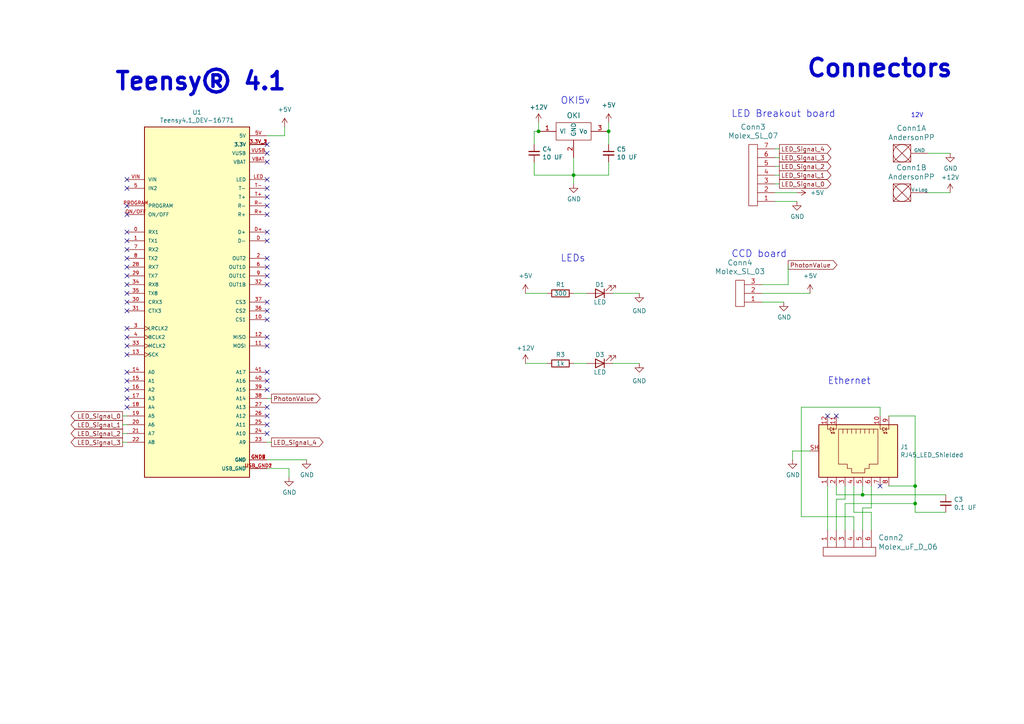
<source format=kicad_sch>
(kicad_sch (version 20230121) (generator eeschema)
  (paper "A4")
  (lib_symbols
    (symbol "Connector:RJ45_LED_Shielded" (pin_names (offset 1.016))
      (property "Reference" "J" (at -5.08 13.97 0))
      (property "Value" "RJ45_LED_Shielded" (at 1.27 13.97 0))
      (symbol "RJ45_LED_Shielded_0_1"
        (polyline (pts (xy -7.62 -7.62) (xy -6.35 -7.62)))
        (polyline (pts (xy -7.62 -5.08) (xy -6.35 -5.08)))
        (polyline (pts (xy -7.62 7.62) (xy -6.35 7.62)))
        (polyline (pts (xy -7.62 10.16) (xy -6.35 10.16)))
        (polyline (pts (xy -6.858 -5.842) (xy -5.842 -5.842)))
        (polyline (pts (xy -6.858 9.398) (xy -5.842 9.398)))
        (polyline (pts (xy -6.35 -7.62) (xy -6.35 -6.858)))
        (polyline (pts (xy -6.35 -5.08) (xy -6.35 -5.842)))
        (polyline (pts (xy -6.35 7.62) (xy -6.35 8.382)))
        (polyline (pts (xy -6.35 10.16) (xy -6.35 9.398)))
        (polyline (pts (xy -5.08 -6.223) (xy -5.207 -6.604)))
        (polyline (pts (xy -5.08 -5.588) (xy -5.207 -5.969)))
        (polyline (pts (xy -5.08 4.445) (xy -6.35 4.445)))
        (polyline (pts (xy -5.08 5.715) (xy -6.35 5.715)))
        (polyline (pts (xy -5.08 9.017) (xy -5.207 8.636)))
        (polyline (pts (xy -5.08 9.652) (xy -5.207 9.271)))
        (polyline (pts (xy -6.35 -3.175) (xy -5.08 -3.175) (xy -5.08 -3.175)))
        (polyline (pts (xy -6.35 -1.905) (xy -5.08 -1.905) (xy -5.08 -1.905)))
        (polyline (pts (xy -6.35 -0.635) (xy -5.08 -0.635) (xy -5.08 -0.635)))
        (polyline (pts (xy -6.35 0.635) (xy -5.08 0.635) (xy -5.08 0.635)))
        (polyline (pts (xy -6.35 1.905) (xy -5.08 1.905) (xy -5.08 1.905)))
        (polyline (pts (xy -5.588 -6.731) (xy -5.08 -6.223) (xy -5.461 -6.35)))
        (polyline (pts (xy -5.588 -6.096) (xy -5.08 -5.588) (xy -5.461 -5.715)))
        (polyline (pts (xy -5.588 8.509) (xy -5.08 9.017) (xy -5.461 8.89)))
        (polyline (pts (xy -5.588 9.144) (xy -5.08 9.652) (xy -5.461 9.525)))
        (polyline (pts (xy -5.08 3.175) (xy -6.35 3.175) (xy -6.35 3.175)))
        (polyline (pts (xy -6.35 -5.842) (xy -6.858 -6.858) (xy -5.842 -6.858) (xy -6.35 -5.842)))
        (polyline (pts (xy -6.35 9.398) (xy -6.858 8.382) (xy -5.842 8.382) (xy -6.35 9.398)))
        (polyline (pts (xy -6.35 -4.445) (xy -6.35 6.985) (xy 3.81 6.985) (xy 3.81 4.445) (xy 5.08 4.445) (xy 5.08 3.175) (xy 6.35 3.175) (xy 6.35 -0.635) (xy 5.08 -0.635) (xy 5.08 -1.905) (xy 3.81 -1.905) (xy 3.81 -4.445) (xy -6.35 -4.445) (xy -6.35 -4.445)))
        (rectangle (start 7.62 12.7) (end -7.62 -10.16) (stroke (width 0.254)) (fill (type background)))
      )
      (symbol "RJ45_LED_Shielded_1_1"
        (pin passive line (at 10.16 -7.62 180) (length 2.54) (name "~") (number "1"))
        (pin passive line (at -10.16 7.62 0) (length 2.54) (name "~") (number "10"))
        (pin passive line (at -10.16 -5.08 0) (length 2.54) (name "~") (number "11"))
        (pin passive line (at -10.16 -7.62 0) (length 2.54) (name "~") (number "12"))
        (pin passive line (at 10.16 -5.08 180) (length 2.54) (name "~") (number "2"))
        (pin passive line (at 10.16 -2.54 180) (length 2.54) (name "~") (number "3"))
        (pin passive line (at 10.16 0 180) (length 2.54) (name "~") (number "4"))
        (pin passive line (at 10.16 2.54 180) (length 2.54) (name "~") (number "5"))
        (pin passive line (at 10.16 5.08 180) (length 2.54) (name "~") (number "6"))
        (pin passive line (at 10.16 7.62 180) (length 2.54) (name "~") (number "7"))
        (pin passive line (at 10.16 10.16 180) (length 2.54) (name "~") (number "8"))
        (pin passive line (at -10.16 10.16 0) (length 2.54) (name "~") (number "9"))
        (pin passive line (at 0 -12.7 90) (length 2.54) (name "~") (number "SH"))
      )
    )
    (symbol "Device:C_Small" (pin_numbers hide) (pin_names (offset 0.254) hide)
      (property "Reference" "C" (at 0.254 1.778 0))
      (property "Value" "C_Small" (at 0.254 -2.032 0))
      (symbol "C_Small_0_1"
        (polyline (pts (xy -1.524 -0.508) (xy 1.524 -0.508)) (stroke (width 0.3302)))
        (polyline (pts (xy -1.524 0.508) (xy 1.524 0.508)) (stroke (width 0.3048)))
      )
      (symbol "C_Small_1_1"
        (pin passive line (at 0 2.54 270) (length 2.032) (name "~") (number "1"))
        (pin passive line (at 0 -2.54 90) (length 2.032) (name "~") (number "2"))
      )
    )
    (symbol "Device:LED" (pin_numbers hide) (pin_names (offset 1.016) hide)
      (property "Reference" "D" (at 0 2.54 0))
      (property "Value" "LED" (at 0 -2.54 0))
      (symbol "LED_0_1"
        (polyline (pts (xy -1.27 -1.27) (xy -1.27 1.27)) (stroke (width 0.254)))
        (polyline (pts (xy -1.27 0) (xy 1.27 0)))
        (polyline (pts (xy 1.27 -1.27) (xy 1.27 1.27) (xy -1.27 0) (xy 1.27 -1.27)) (stroke (width 0.254)))
        (polyline (pts (xy -3.048 -0.762) (xy -4.572 -2.286) (xy -3.81 -2.286) (xy -4.572 -2.286) (xy -4.572 -1.524)))
        (polyline (pts (xy -1.778 -0.762) (xy -3.302 -2.286) (xy -2.54 -2.286) (xy -3.302 -2.286) (xy -3.302 -1.524)))
      )
      (symbol "LED_1_1"
        (pin passive line (at -3.81 0 0) (length 2.54) (name "K") (number "1"))
        (pin passive line (at 3.81 0 180) (length 2.54) (name "A") (number "2"))
      )
    )
    (symbol "Device:R" (pin_numbers hide) (pin_names (offset 0))
      (property "Reference" "R" (at 2.032 0 90))
      (property "Value" "R" (at 0 0 90))
      (symbol "R_0_1"
        (rectangle (start -1.016 -2.54) (end 1.016 2.54) (stroke (width 0.254)))
      )
      (symbol "R_1_1"
        (pin passive line (at 0 3.81 270) (length 1.27) (name "~") (number "1"))
        (pin passive line (at 0 -3.81 90) (length 1.27) (name "~") (number "2"))
      )
    )
    (symbol "MRDT_Connectors:AndersonPP" (pin_numbers hide) (pin_names (offset 0))
      (property "Reference" "Conn" (at 3.81 -1.27 0))
      (property "Value" "AndersonPP" (at 2.54 6.35 0))
      (symbol "AndersonPP_0_1"
        (polyline (pts (xy 0 5.08) (xy 5.08 0)))
        (polyline (pts (xy 5.08 5.08) (xy 0 0)))
        (rectangle (start 0 0) (end 5.08 5.08))
        (circle (center 2.54 2.54) (radius 2.54))
      )
      (symbol "AndersonPP_1_1"
        (pin input line (at 10.16 2.54 180) (length 5.08) (name "GND") (number "1"))
      )
      (symbol "AndersonPP_2_1"
        (pin input line (at 10.16 2.54 180) (length 5.08) (name "V+Log") (number "2"))
      )
      (symbol "AndersonPP_3_1"
        (pin input line (at 10.16 2.54 180) (length 5.08) (name "V+Act") (number "3"))
      )
      (symbol "AndersonPP_4_1"
        (pin input line (at 10.16 2.54 180) (length 5.08) (name "PV+") (number "4"))
      )
      (symbol "AndersonPP_5_1"
        (pin input line (at 10.16 2.54 180) (length 5.08) (name "~") (number "1"))
      )
    )
    (symbol "MRDT_Connectors:Molex_SL_03" (pin_names (offset 1.016))
      (property "Reference" "Conn" (at 3.81 -1.27 0))
      (property "Value" "Molex_SL_03" (at 1.27 8.89 0))
      (symbol "Molex_SL_03_0_1"
        (rectangle (start 0 7.62) (end 2.54 0))
      )
      (symbol "Molex_SL_03_1_1"
        (pin input line (at -5.08 6.35 0) (length 5.08) (name "~") (number "1"))
        (pin input line (at -5.08 3.81 0) (length 5.08) (name "~") (number "2"))
        (pin input line (at -5.08 1.27 0) (length 5.08) (name "~") (number "3"))
      )
    )
    (symbol "MRDT_Connectors:Molex_SL_07" (pin_names (offset 1.016))
      (property "Reference" "Conn" (at 3.81 -1.27 0))
      (property "Value" "Molex_SL_07" (at 1.27 19.05 0))
      (symbol "Molex_SL_07_0_1"
        (rectangle (start 0 17.78) (end 2.54 0))
      )
      (symbol "Molex_SL_07_1_1"
        (pin input line (at -5.08 16.51 0) (length 5.08) (name "~") (number "1"))
        (pin input line (at -5.08 13.97 0) (length 5.08) (name "~") (number "2"))
        (pin input line (at -5.08 11.43 0) (length 5.08) (name "~") (number "3"))
        (pin input line (at -5.08 8.89 0) (length 5.08) (name "~") (number "4"))
        (pin input line (at -5.08 6.35 0) (length 5.08) (name "~") (number "5"))
        (pin input line (at -5.08 3.81 0) (length 5.08) (name "~") (number "6"))
        (pin input line (at -5.08 1.27 0) (length 5.08) (name "~") (number "7"))
      )
    )
    (symbol "MRDT_Connectors:Molex_uF_D_06" (pin_names (offset 1.016))
      (property "Reference" "Conn" (at 1.27 2.54 0))
      (property "Value" "Molex_uF_D_06" (at 1.27 21.59 0))
      (symbol "Molex_uF_D_06_0_1"
        (rectangle (start 0 20.32) (end 2.54 5.08))
      )
      (symbol "Molex_uF_D_06_1_1"
        (pin input line (at -5.08 19.05 0) (length 5.08) (name "~") (number "1"))
        (pin input line (at -5.08 16.51 0) (length 5.08) (name "~") (number "2"))
        (pin input line (at -5.08 13.97 0) (length 5.08) (name "~") (number "3"))
        (pin input line (at -5.08 11.43 0) (length 5.08) (name "~") (number "4"))
        (pin input line (at -5.08 8.89 0) (length 5.08) (name "~") (number "5"))
        (pin input line (at -5.08 6.35 0) (length 5.08) (name "~") (number "6"))
      )
    )
    (symbol "MRDT_Devices:OKI" (pin_names (offset 1.016))
      (property "Value" "OKI" (at 5.08 6.35 0))
      (symbol "OKI_0_1"
        (rectangle (start 0 0) (end 10.16 5.08))
      )
      (symbol "OKI_1_1"
        (pin input line (at -5.08 2.54 0) (length 5.08) (name "Vi") (number "1"))
        (pin output line (at 5.08 -5.08 90) (length 5.08) (name "GND") (number "2"))
        (pin output line (at 15.24 2.54 180) (length 5.08) (name "Vo") (number "3"))
      )
    )
    (symbol "MRDT_Shields:Teensy4.1_DEV-16771" (pin_names (offset 1.016))
      (property "Reference" "U" (at -15.24 52.07 0))
      (property "Value" "Teensy4.1_DEV-16771" (at -15.24 -53.34 0))
      (symbol "Teensy4.1_DEV-16771_0_0"
        (rectangle (start -15.24 -50.8) (end 15.24 50.8) (stroke (width 0.254)) (fill (type background)))
        (pin bidirectional line (at -20.32 20.32 0) (length 5.08) (name "RX1") (number "0"))
        (pin bidirectional line (at -20.32 17.78 0) (length 5.08) (name "TX1") (number "1"))
        (pin bidirectional line (at 20.32 -5.08 180) (length 5.08) (name "CS1") (number "10"))
        (pin bidirectional line (at 20.32 -12.7 180) (length 5.08) (name "MOSI") (number "11"))
        (pin bidirectional line (at 20.32 -10.16 180) (length 5.08) (name "MISO") (number "12"))
        (pin bidirectional clock (at -20.32 -15.24 0) (length 5.08) (name "SCK") (number "13"))
        (pin bidirectional line (at -20.32 -20.32 0) (length 5.08) (name "A0") (number "14"))
        (pin bidirectional line (at -20.32 -22.86 0) (length 5.08) (name "A1") (number "15"))
        (pin bidirectional line (at -20.32 -25.4 0) (length 5.08) (name "A2") (number "16"))
        (pin bidirectional line (at -20.32 -27.94 0) (length 5.08) (name "A3") (number "17"))
        (pin bidirectional line (at -20.32 -30.48 0) (length 5.08) (name "A4") (number "18"))
        (pin bidirectional line (at -20.32 -33.02 0) (length 5.08) (name "A5") (number "19"))
        (pin output line (at 20.32 12.7 180) (length 5.08) (name "OUT2") (number "2"))
        (pin bidirectional line (at -20.32 -35.56 0) (length 5.08) (name "A6") (number "20"))
        (pin bidirectional line (at -20.32 -38.1 0) (length 5.08) (name "A7") (number "21"))
        (pin bidirectional line (at -20.32 -40.64 0) (length 5.08) (name "A8") (number "22"))
        (pin bidirectional line (at 20.32 -40.64 180) (length 5.08) (name "A9") (number "23"))
        (pin bidirectional line (at 20.32 -38.1 180) (length 5.08) (name "A10") (number "24"))
        (pin bidirectional line (at 20.32 -35.56 180) (length 5.08) (name "A11") (number "25"))
        (pin bidirectional line (at 20.32 -33.02 180) (length 5.08) (name "A12") (number "26"))
        (pin bidirectional line (at 20.32 -30.48 180) (length 5.08) (name "A13") (number "27"))
        (pin bidirectional line (at -20.32 10.16 0) (length 5.08) (name "RX7") (number "28"))
        (pin bidirectional line (at -20.32 7.62 0) (length 5.08) (name "TX7") (number "29"))
        (pin bidirectional clock (at -20.32 -7.62 0) (length 5.08) (name "LRCLK2") (number "3"))
        (pin power_in line (at 20.32 45.72 180) (length 5.08) (name "3.3V") (number "3.3V_1"))
        (pin power_in line (at 20.32 45.72 180) (length 5.08) (name "3.3V") (number "3.3V_2"))
        (pin power_in line (at 20.32 45.72 180) (length 5.08) (name "3.3V") (number "3.3V_3"))
        (pin bidirectional line (at -20.32 0 0) (length 5.08) (name "CRX3") (number "30"))
        (pin bidirectional line (at -20.32 -2.54 0) (length 5.08) (name "CTX3") (number "31"))
        (pin output line (at 20.32 5.08 180) (length 5.08) (name "OUT1B") (number "32"))
        (pin bidirectional clock (at -20.32 -12.7 0) (length 5.08) (name "MCLK2") (number "33"))
        (pin bidirectional line (at -20.32 5.08 0) (length 5.08) (name "RX8") (number "34"))
        (pin bidirectional line (at -20.32 2.54 0) (length 5.08) (name "TX8") (number "35"))
        (pin bidirectional line (at 20.32 -2.54 180) (length 5.08) (name "CS2") (number "36"))
        (pin bidirectional line (at 20.32 0 180) (length 5.08) (name "CS3") (number "37"))
        (pin bidirectional line (at 20.32 -27.94 180) (length 5.08) (name "A14") (number "38"))
        (pin bidirectional line (at 20.32 -25.4 180) (length 5.08) (name "A15") (number "39"))
        (pin bidirectional clock (at -20.32 -10.16 0) (length 5.08) (name "BCLK2") (number "4"))
        (pin bidirectional line (at 20.32 -22.86 180) (length 5.08) (name "A16") (number "40"))
        (pin bidirectional line (at 20.32 -20.32 180) (length 5.08) (name "A17") (number "41"))
        (pin bidirectional line (at -20.32 33.02 0) (length 5.08) (name "IN2") (number "5"))
        (pin power_in line (at 20.32 48.26 180) (length 5.08) (name "5V") (number "5V"))
        (pin output line (at 20.32 10.16 180) (length 5.08) (name "OUT1D") (number "6"))
        (pin bidirectional line (at -20.32 15.24 0) (length 5.08) (name "RX2") (number "7"))
        (pin bidirectional line (at -20.32 12.7 0) (length 5.08) (name "TX2") (number "8"))
        (pin output line (at 20.32 7.62 180) (length 5.08) (name "OUT1C") (number "9"))
        (pin bidirectional line (at 20.32 17.78 180) (length 5.08) (name "D-") (number "D"))
        (pin bidirectional line (at 20.32 20.32 180) (length 5.08) (name "D+") (number "D+"))
        (pin power_in line (at 20.32 -45.72 180) (length 5.08) (name "GND") (number "GND1"))
        (pin power_in line (at 20.32 -45.72 180) (length 5.08) (name "GND") (number "GND2"))
        (pin power_in line (at 20.32 -45.72 180) (length 5.08) (name "GND") (number "GND3"))
        (pin power_in line (at 20.32 -45.72 180) (length 5.08) (name "GND") (number "GND4"))
        (pin power_in line (at 20.32 -45.72 180) (length 5.08) (name "GND") (number "GND5"))
        (pin bidirectional line (at 20.32 35.56 180) (length 5.08) (name "LED") (number "LED"))
        (pin bidirectional line (at -20.32 25.4 0) (length 5.08) (name "ON/OFF") (number "ON/OFF"))
        (pin bidirectional line (at -20.32 27.94 0) (length 5.08) (name "PROGRAM") (number "PROGRAM"))
        (pin bidirectional line (at 20.32 25.4 180) (length 5.08) (name "R+") (number "R+"))
        (pin bidirectional line (at 20.32 27.94 180) (length 5.08) (name "R-") (number "R-"))
        (pin bidirectional line (at 20.32 30.48 180) (length 5.08) (name "T+") (number "T+"))
        (pin bidirectional line (at 20.32 33.02 180) (length 5.08) (name "T-") (number "T-"))
        (pin power_in line (at 20.32 -48.26 180) (length 5.08) (name "USB_GND") (number "USB_GND1"))
        (pin power_in line (at 20.32 -48.26 180) (length 5.08) (name "USB_GND") (number "USB_GND2"))
        (pin passive line (at 20.32 40.64 180) (length 5.08) (name "VBAT") (number "VBAT"))
        (pin input line (at -20.32 35.56 0) (length 5.08) (name "VIN") (number "VIN"))
        (pin passive line (at 20.32 43.18 180) (length 5.08) (name "VUSB") (number "VUSB"))
      )
    )
    (symbol "power:+12V" (power) (pin_names (offset 0))
      (property "Value" "+12V" (at 0 3.556 0))
      (symbol "+12V_0_1"
        (polyline (pts (xy -0.762 1.27) (xy 0 2.54)))
        (polyline (pts (xy 0 0) (xy 0 2.54)))
        (polyline (pts (xy 0 2.54) (xy 0.762 1.27)))
      )
      (symbol "+12V_1_1"
        (pin power_in line (at 0 0 90) (length 0) hide (name "+12V") (number "1"))
      )
    )
    (symbol "power:+5V" (power) (pin_names (offset 0))
      (property "Value" "+5V" (at 0 3.556 0))
      (symbol "+5V_0_1"
        (polyline (pts (xy -0.762 1.27) (xy 0 2.54)))
        (polyline (pts (xy 0 0) (xy 0 2.54)))
        (polyline (pts (xy 0 2.54) (xy 0.762 1.27)))
      )
      (symbol "+5V_1_1"
        (pin power_in line (at 0 0 90) (length 0) hide (name "+5V") (number "1"))
      )
    )
    (symbol "power:GND" (power) (pin_names (offset 0))
      (property "Value" "GND" (at 0 -3.81 0))
      (symbol "GND_0_1"
        (polyline (pts (xy 0 0) (xy 0 -1.27) (xy 1.27 -1.27) (xy 0 -2.54) (xy -1.27 -1.27) (xy 0 -1.27)))
      )
      (symbol "GND_1_1"
        (pin power_in line (at 0 0 270) (length 0) hide (name "GND") (number "1"))
      )
    )
  )
  (junction (at 156.21 38.1))
  (junction (at 265.43 140.97))
  (junction (at 176.53 38.1))
  (junction (at 166.37 50.8))
  (junction (at 265.43 146.05))
  (junction (at 250.19 143.51))
  (no_connect (at 77.47 87.63))
  (no_connect (at 77.47 113.03))
  (no_connect (at 77.47 118.11))
  (no_connect (at 36.83 74.93))
  (no_connect (at 77.47 52.07))
  (no_connect (at 36.83 118.11))
  (no_connect (at 242.57 120.65))
  (no_connect (at 36.83 110.49))
  (no_connect (at 77.47 90.17))
  (no_connect (at 36.83 100.33))
  (no_connect (at 77.47 80.01))
  (no_connect (at 36.83 95.25))
  (no_connect (at 36.83 97.79))
  (no_connect (at 77.47 97.79))
  (no_connect (at 36.83 67.31))
  (no_connect (at 36.83 85.09))
  (no_connect (at 77.47 67.31))
  (no_connect (at 77.47 120.65))
  (no_connect (at 77.47 125.73))
  (no_connect (at 36.83 80.01))
  (no_connect (at 36.83 54.61))
  (no_connect (at 36.83 52.07))
  (no_connect (at 77.47 54.61))
  (no_connect (at 77.47 62.23))
  (no_connect (at 240.03 120.65))
  (no_connect (at 36.83 90.17))
  (no_connect (at 77.47 110.49))
  (no_connect (at 36.83 107.95))
  (no_connect (at 77.47 46.99))
  (no_connect (at 36.83 69.85))
  (no_connect (at 255.27 140.97))
  (no_connect (at 77.47 82.55))
  (no_connect (at 36.83 82.55))
  (no_connect (at 36.83 87.63))
  (no_connect (at 36.83 72.39))
  (no_connect (at 77.47 107.95))
  (no_connect (at 77.47 77.47))
  (no_connect (at 36.83 62.23))
  (no_connect (at 36.83 113.03))
  (no_connect (at 77.47 41.91))
  (no_connect (at 36.83 115.57))
  (no_connect (at 77.47 69.85))
  (no_connect (at 77.47 59.69))
  (no_connect (at 77.47 74.93))
  (no_connect (at 77.47 57.15))
  (no_connect (at 77.47 92.71))
  (no_connect (at 77.47 123.19))
  (no_connect (at 36.83 59.69))
  (no_connect (at 77.47 44.45))
  (no_connect (at 77.47 100.33))
  (no_connect (at 36.83 102.87))
  (no_connect (at 36.83 77.47))
  (wire (pts (xy 77.47 135.89) (xy 83.82 135.89)))
  (wire (pts (xy 176.53 50.8) (xy 176.53 46.99)))
  (wire (pts (xy 265.43 148.59) (xy 265.43 146.05)))
  (wire (pts (xy 245.11 153.67) (xy 245.11 146.05)))
  (wire (pts (xy 154.94 50.8) (xy 166.37 50.8)))
  (wire (pts (xy 156.21 35.56) (xy 156.21 38.1)))
  (wire (pts (xy 77.47 115.57) (xy 78.74 115.57)))
  (wire (pts (xy 250.19 143.51) (xy 250.19 140.97)))
  (wire (pts (xy 226.06 48.26) (xy 224.79 48.26)))
  (wire (pts (xy 228.6 82.55) (xy 228.6 76.835)))
  (wire (pts (xy 255.27 118.11) (xy 255.27 120.65)))
  (wire (pts (xy 245.11 146.05) (xy 265.43 146.05)))
  (wire (pts (xy 265.43 146.05) (xy 265.43 140.97)))
  (wire (pts (xy 226.06 43.18) (xy 224.79 43.18)))
  (wire (pts (xy 250.19 143.51) (xy 274.32 143.51)))
  (wire (pts (xy 252.73 147.32) (xy 252.73 140.97)))
  (wire (pts (xy 252.73 148.59) (xy 247.65 148.59)))
  (wire (pts (xy 82.55 39.37) (xy 82.55 36.83)))
  (wire (pts (xy 242.57 143.51) (xy 242.57 140.97)))
  (wire (pts (xy 166.37 85.09) (xy 170.18 85.09)))
  (wire (pts (xy 77.47 133.35) (xy 88.9 133.35)))
  (wire (pts (xy 152.4 105.41) (xy 158.75 105.41)))
  (wire (pts (xy 247.65 149.86) (xy 232.41 149.86)))
  (wire (pts (xy 269.24 44.45) (xy 275.59 44.45)))
  (wire (pts (xy 176.53 38.1) (xy 176.53 41.91)))
  (wire (pts (xy 166.37 105.41) (xy 170.18 105.41)))
  (wire (pts (xy 152.4 85.09) (xy 158.75 85.09)))
  (wire (pts (xy 166.37 45.72) (xy 166.37 50.8)))
  (wire (pts (xy 265.43 120.65) (xy 257.81 120.65)))
  (wire (pts (xy 265.43 140.97) (xy 265.43 120.65)))
  (wire (pts (xy 177.8 85.09) (xy 185.42 85.09)))
  (wire (pts (xy 229.87 130.81) (xy 234.95 130.81)))
  (wire (pts (xy 242.57 153.67) (xy 242.57 144.78)))
  (wire (pts (xy 240.03 140.97) (xy 240.03 153.67)))
  (wire (pts (xy 35.56 128.27) (xy 36.83 128.27)))
  (wire (pts (xy 247.65 148.59) (xy 247.65 140.97)))
  (wire (pts (xy 83.82 135.89) (xy 83.82 138.43)))
  (wire (pts (xy 250.19 147.32) (xy 252.73 147.32)))
  (wire (pts (xy 154.94 46.99) (xy 154.94 50.8)))
  (wire (pts (xy 232.41 149.86) (xy 232.41 118.11)))
  (wire (pts (xy 176.53 35.56) (xy 176.53 38.1)))
  (wire (pts (xy 35.56 120.65) (xy 36.83 120.65)))
  (wire (pts (xy 78.74 128.27) (xy 77.47 128.27)))
  (wire (pts (xy 274.32 148.59) (xy 265.43 148.59)))
  (wire (pts (xy 242.57 144.78) (xy 245.11 144.78)))
  (wire (pts (xy 257.81 140.97) (xy 265.43 140.97)))
  (wire (pts (xy 77.47 39.37) (xy 82.55 39.37)))
  (wire (pts (xy 229.87 133.35) (xy 229.87 130.81)))
  (wire (pts (xy 224.79 55.88) (xy 231.14 55.88)))
  (wire (pts (xy 269.24 55.88) (xy 275.59 55.88)))
  (wire (pts (xy 177.8 105.41) (xy 185.42 105.41)))
  (wire (pts (xy 35.56 125.73) (xy 36.83 125.73)))
  (wire (pts (xy 220.98 87.63) (xy 227.33 87.63)))
  (wire (pts (xy 250.19 153.67) (xy 250.19 147.32)))
  (wire (pts (xy 247.65 153.67) (xy 247.65 149.86)))
  (wire (pts (xy 220.98 85.09) (xy 234.95 85.09)))
  (wire (pts (xy 154.94 38.1) (xy 154.94 41.91)))
  (wire (pts (xy 220.98 82.55) (xy 228.6 82.55)))
  (wire (pts (xy 154.94 38.1) (xy 156.21 38.1)))
  (wire (pts (xy 242.57 143.51) (xy 250.19 143.51)))
  (wire (pts (xy 166.37 50.8) (xy 166.37 53.34)))
  (wire (pts (xy 226.06 50.8) (xy 224.79 50.8)))
  (wire (pts (xy 226.06 45.72) (xy 224.79 45.72)))
  (wire (pts (xy 35.56 123.19) (xy 36.83 123.19)))
  (wire (pts (xy 252.73 153.67) (xy 252.73 148.59)))
  (wire (pts (xy 226.06 53.34) (xy 224.79 53.34)))
  (wire (pts (xy 224.79 58.42) (xy 231.14 58.42)))
  (wire (pts (xy 166.37 50.8) (xy 176.53 50.8)))
  (wire (pts (xy 232.41 118.11) (xy 255.27 118.11)))
  (wire (pts (xy 245.11 144.78) (xy 245.11 140.97)))
  (text "CCD board" (at 212.09 74.93 0) (effects (font (size 2 2)) (justify left bottom)))
  (text "LED Breakout board" (at 212.09 34.29 0) (effects (font (size 2 2)) (justify left bottom)))
  (text "Ethernet" (at 240.03 111.76 0) (effects (font (size 2 2)) (justify left bottom)))
  (text "Connectors" (at 233.68 22.86 0) (effects (font (size 5 5) (thickness 1) bold) (justify left bottom)))
  (text "LEDs" (at 162.56 76.2 0) (effects (font (size 2 2)) (justify left bottom)))
  (text "OKI5v" (at 162.56 30.48 0) (effects (font (size 2 2)) (justify left bottom)))
  (text "Teensy® 4.1" (at 33.02 26.67 0) (effects (font (size 5 5) (thickness 1) bold) (justify left bottom)))
  (text "12V" (at 264.16 34.29 0) (effects (font (size 1.27 1.27)) (justify left bottom)))
  (global_label "LED_Signal_4" (shape output) (at 226.06 43.18 0) (property "Intersheetrefs" "${INTERSHEET_REFS}" (effects hide)))
  (global_label "LED_Signal_1" (shape output) (at 35.56 123.19 180) (property "Intersheetrefs" "${INTERSHEET_REFS}" (effects hide)))
  (global_label "LED_Signal_2" (shape output) (at 35.56 125.73 180) (property "Intersheetrefs" "${INTERSHEET_REFS}" (effects hide)))
  (global_label "LED_Signal_2" (shape output) (at 226.06 48.26 0) (property "Intersheetrefs" "${INTERSHEET_REFS}" (effects hide)))
  (global_label "LED_Signal_0" (shape output) (at 35.56 120.65 180) (property "Intersheetrefs" "${INTERSHEET_REFS}" (effects hide)))
  (global_label "LED_Signal_0" (shape output) (at 226.06 53.34 0) (property "Intersheetrefs" "${INTERSHEET_REFS}" (effects hide)))
  (global_label "LED_Signal_3" (shape output) (at 226.06 45.72 0) (property "Intersheetrefs" "${INTERSHEET_REFS}" (effects hide)))
  (global_label "LED_Signal_3" (shape output) (at 35.56 128.27 180) (property "Intersheetrefs" "${INTERSHEET_REFS}" (effects hide)))
  (global_label "PhotonValue" (shape output) (at 78.74 115.57 0) (property "Intersheetrefs" "${INTERSHEET_REFS}" (effects hide)))
  (global_label "LED_Signal_1" (shape output) (at 226.06 50.8 0) (property "Intersheetrefs" "${INTERSHEET_REFS}" (effects hide)))
  (global_label "LED_Signal_4" (shape output) (at 78.74 128.27 0) (property "Intersheetrefs" "${INTERSHEET_REFS}" (effects hide)))
  (global_label "PhotonValue" (shape output) (at 228.6 76.835 0) (property "Intersheetrefs" "${INTERSHEET_REFS}" (effects hide)))
  (symbol (lib_id "power:GND") (at 227.33 87.63 0) (unit 1)
    (property "Reference" "#PWR09" (effects hide))
    (property "Value" "GND" (at 227.457 92.0242 0))
  )
  (symbol (lib_id "power:GND") (at 275.59 44.45 0) (unit 1)
    (property "Reference" "#PWR05" (effects hide))
    (property "Value" "GND" (at 275.717 48.8442 0))
  )
  (symbol (lib_id "MRDT_Connectors:Molex_SL_03") (at 215.9 81.28 180) (unit 1)
    (property "Reference" "Conn4" (at 214.63 76.2 0) (effects (font (size 1.524 1.524))))
    (property "Value" "Molex_SL_03" (at 214.63 78.74 0) (effects (font (size 1.524 1.524))))
  )
  (symbol (lib_id "power:+5V") (at 234.95 85.09 0) (unit 1)
    (property "Reference" "#PWR017" (effects hide))
    (property "Value" "+5V" (at 234.95 80.01 0))
  )
  (symbol (lib_id "power:GND") (at 88.9 133.35 0) (unit 1)
    (property "Reference" "#PWR04" (effects hide))
    (property "Value" "GND" (at 89.027 137.7442 0))
  )
  (symbol (lib_id "power:GND") (at 166.37 53.34 0) (unit 1)
    (property "Reference" "#PWR012" (effects hide))
    (property "Value" "GND" (at 166.497 57.7342 0))
  )
  (symbol (lib_id "power:+5V") (at 82.55 36.83 0) (unit 1)
    (property "Reference" "#PWR03" (effects hide))
    (property "Value" "+5V" (at 82.55 31.75 0))
  )
  (symbol (lib_id "power:+12V") (at 275.59 55.88 0) (unit 1)
    (property "Reference" "#PWR014" (effects hide))
    (property "Value" "+12V" (at 275.59 51.435 0))
  )
  (symbol (lib_id "Device:R") (at 162.56 105.41 90) (unit 1)
    (property "Reference" "R3" (at 162.56 102.87 90))
    (property "Value" "1k" (at 162.56 105.41 90))
  )
  (symbol (lib_id "Device:C_Small") (at 176.53 44.45 0) (unit 1)
    (property "Reference" "C5" (at 178.8668 43.2816 0) (effects (justify left)))
    (property "Value" "10 UF" (at 178.8668 45.593 0) (effects (justify left)))
    (property "Footprint" "Capacitor_SMD:C_0603_1608Metric_Pad1.08x0.95mm_HandSolder" (effects hide))
  )
  (symbol (lib_id "power:+12V") (at 152.4 105.41 0) (unit 1)
    (property "Reference" "#PWR018" (effects hide))
    (property "Value" "+12V" (at 152.4 100.965 0))
  )
  (symbol (lib_id "power:+5V") (at 176.53 35.56 0) (unit 1)
    (property "Reference" "#PWR015" (effects hide))
    (property "Value" "+5V" (at 176.53 30.48 0))
  )
  (symbol (lib_id "Device:C_Small") (at 154.94 44.45 180) (unit 1)
    (property "Reference" "C4" (at 157.2768 43.2816 0) (effects (justify right)))
    (property "Value" "10 UF" (at 157.2768 45.593 0) (effects (justify right)))
    (property "Footprint" "Capacitor_SMD:C_0603_1608Metric_Pad1.08x0.95mm_HandSolder" (effects hide))
  )
  (symbol (lib_id "power:GND") (at 231.14 58.42 0) (unit 1)
    (property "Reference" "#PWR07" (effects hide))
    (property "Value" "GND" (at 231.267 62.8142 0))
  )
  (symbol (lib_id "MRDT_Connectors:AndersonPP") (at 259.08 58.42 0) (unit 2)
    (property "Reference" "Conn1" (at 264.3632 48.5902 0) (effects (font (size 1.524 1.524))))
    (property "Value" "AndersonPP" (at 264.3632 51.2826 0) (effects (font (size 1.524 1.524))))
    (property "Footprint" "MRDT_Connectors:Anderson_2_Horizontal_Side_by_Side" (effects hide))
  )
  (symbol (lib_id "MRDT_Connectors:AndersonPP") (at 259.08 46.99 0) (unit 1)
    (property "Reference" "Conn1" (at 264.3632 37.1602 0) (effects (font (size 1.524 1.524))))
    (property "Value" "AndersonPP" (at 264.3632 39.8526 0) (effects (font (size 1.524 1.524))))
    (property "Footprint" "MRDT_Connectors:Anderson_2_Horizontal_Side_by_Side" (effects hide))
  )
  (symbol (lib_id "Device:LED") (at 173.99 105.41 180) (unit 1)
    (property "Reference" "D3" (at 173.99 102.87 0))
    (property "Value" "LED" (at 173.99 107.95 0))
  )
  (symbol (lib_id "power:+12V") (at 156.21 35.56 0) (unit 1)
    (property "Reference" "#PWR011" (effects hide))
    (property "Value" "+12V" (at 156.21 31.115 0))
  )
  (symbol (lib_id "MRDT_Connectors:Molex_SL_07") (at 219.71 41.91 180) (unit 1)
    (property "Reference" "Conn3" (at 218.44 36.83 0) (effects (font (size 1.524 1.524))))
    (property "Value" "Molex_SL_07" (at 218.44 39.37 0) (effects (font (size 1.524 1.524))))
  )
  (symbol (lib_id "power:GND") (at 83.82 138.43 0) (unit 1)
    (property "Reference" "#PWR02" (effects hide))
    (property "Value" "GND" (at 83.947 142.8242 0))
  )
  (symbol (lib_id "power:GND") (at 185.42 85.09 0) (unit 1)
    (property "Reference" "#PWR01" (effects hide))
    (property "Value" "GND" (at 185.42 90.17 0))
  )
  (symbol (lib_id "Device:LED") (at 173.99 85.09 180) (unit 1)
    (property "Reference" "D1" (at 173.99 82.55 0))
    (property "Value" "LED" (at 173.99 87.63 0))
  )
  (symbol (lib_id "Connector:RJ45_LED_Shielded") (at 247.65 130.81 270) (unit 1)
    (property "Reference" "J1" (at 261.112 129.6416 90) (effects (justify left)))
    (property "Value" "RJ45_LED_Shielded" (at 261.112 131.953 90) (effects (justify left)))
    (property "Footprint" "MRDT_Connectors:RJ45_Teensy" (effects hide))
  )
  (symbol (lib_id "power:GND") (at 229.87 133.35 0) (unit 1)
    (property "Reference" "#PWR010" (effects hide))
    (property "Value" "GND" (at 229.997 137.7442 0))
  )
  (symbol (lib_id "MRDT_Shields:Teensy4.1_DEV-16771") (at 57.15 87.63 0) (unit 1)
    (property "Reference" "U1" (at 57.15 32.5882 0))
    (property "Value" "Teensy4.1_DEV-16771" (at 57.15 34.8996 0))
    (property "Footprint" "MRDT_Shields:Teensy_4_1_Vertical" (effects hide))
    (property "STANDARD" "Manufacturer recommendations" (effects hide))
    (property "MAXIMUM_PACKAGE_HEIGHT" "4.07mm" (effects hide))
    (property "MANUFACTURER" "SparkFun Electronics" (effects hide))
    (property "PARTREV" "4.1" (effects hide))
  )
  (symbol (lib_id "power:GND") (at 185.42 105.41 0) (unit 1)
    (property "Reference" "#PWR06" (effects hide))
    (property "Value" "GND" (at 185.42 110.49 0))
  )
  (symbol (lib_id "MRDT_Connectors:Molex_uF_D_06") (at 259.08 158.75 90) (mirror x) (unit 1)
    (property "Reference" "Conn2" (at 254.7112 155.9306 90) (effects (font (size 1.524 1.524)) (justify right)))
    (property "Value" "Molex_uF_D_06" (at 254.7112 158.623 90) (effects (font (size 1.524 1.524)) (justify right)))
    (property "Footprint" "Connector_PinSocket_2.00mm:PinSocket_2x03_P2.00mm_Vertical" (effects hide))
  )
  (symbol (lib_id "power:+5V") (at 231.14 55.88 270) (unit 1)
    (property "Reference" "#PWR022" (effects hide))
    (property "Value" "+5V" (at 234.95 55.88 90) (effects (justify left)))
  )
  (symbol (lib_id "power:+5V") (at 152.4 85.09 0) (unit 1)
    (property "Reference" "#PWR016" (effects hide))
    (property "Value" "+5V" (at 152.4 80.01 0))
  )
  (symbol (lib_id "MRDT_Devices:OKI") (at 161.29 40.64 0) (unit 1)
    (property "Reference" "U3" (effects hide))
    (property "Value" "OKI" (at 166.37 33.5026 0) (effects (font (size 1.524 1.524))))
    (property "Footprint" "MRDT_Devices:OKI_Horizontal" (effects hide))
  )
  (symbol (lib_id "Device:C_Small") (at 274.32 146.05 0) (unit 1)
    (property "Reference" "C3" (at 276.6568 144.8816 0) (effects (justify left)))
    (property "Value" "0.1 UF" (at 276.6568 147.193 0) (effects (justify left)))
    (property "Footprint" "Capacitor_SMD:C_0603_1608Metric_Pad1.08x0.95mm_HandSolder" (effects hide))
  )
  (symbol (lib_id "Device:R") (at 162.56 85.09 90) (unit 1)
    (property "Reference" "R1" (at 162.56 82.55 90))
    (property "Value" "300" (at 162.56 85.09 90))
  )
)
</source>
